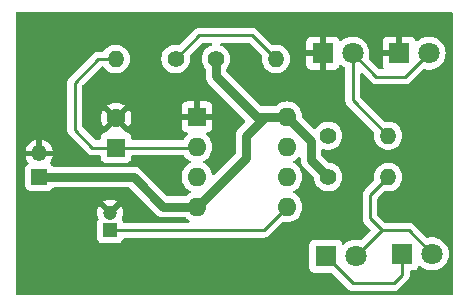
<source format=gbr>
%TF.GenerationSoftware,KiCad,Pcbnew,8.0.5*%
%TF.CreationDate,2024-12-19T14:28:49+03:00*%
%TF.ProjectId,555_Police_Light,3535355f-506f-46c6-9963-655f4c696768,v01*%
%TF.SameCoordinates,Original*%
%TF.FileFunction,Copper,L1,Top*%
%TF.FilePolarity,Positive*%
%FSLAX46Y46*%
G04 Gerber Fmt 4.6, Leading zero omitted, Abs format (unit mm)*
G04 Created by KiCad (PCBNEW 8.0.5) date 2024-12-19 14:28:49*
%MOMM*%
%LPD*%
G01*
G04 APERTURE LIST*
%TA.AperFunction,ComponentPad*%
%ADD10C,1.400000*%
%TD*%
%TA.AperFunction,ComponentPad*%
%ADD11O,1.400000X1.400000*%
%TD*%
%TA.AperFunction,ComponentPad*%
%ADD12R,1.350000X1.350000*%
%TD*%
%TA.AperFunction,ComponentPad*%
%ADD13O,1.350000X1.350000*%
%TD*%
%TA.AperFunction,ComponentPad*%
%ADD14R,1.600000X1.600000*%
%TD*%
%TA.AperFunction,ComponentPad*%
%ADD15O,1.600000X1.600000*%
%TD*%
%TA.AperFunction,ComponentPad*%
%ADD16R,1.800000X1.800000*%
%TD*%
%TA.AperFunction,ComponentPad*%
%ADD17C,1.800000*%
%TD*%
%TA.AperFunction,ComponentPad*%
%ADD18C,1.600000*%
%TD*%
%TA.AperFunction,ComponentPad*%
%ADD19R,1.200000X1.200000*%
%TD*%
%TA.AperFunction,ComponentPad*%
%ADD20C,1.200000*%
%TD*%
%TA.AperFunction,Conductor*%
%ADD21C,0.254000*%
%TD*%
%TA.AperFunction,Conductor*%
%ADD22C,0.762000*%
%TD*%
G04 APERTURE END LIST*
D10*
%TO.P,R4,1*%
%TO.N,Net-(RED1-K)*%
X136460000Y-75000000D03*
D11*
%TO.P,R4,2*%
%TO.N,Net-(BLUE1-A)*%
X141540000Y-75000000D03*
%TD*%
D10*
%TO.P,R3,1*%
%TO.N,Net-(J1-Pin_1)*%
X136460000Y-78500000D03*
D11*
%TO.P,R3,2*%
%TO.N,Net-(RED1-A)*%
X141540000Y-78500000D03*
%TD*%
D10*
%TO.P,R2,1*%
%TO.N,Net-(J1-Pin_1)*%
X126960000Y-68500000D03*
D11*
%TO.P,R2,2*%
%TO.N,Net-(U1-DIS)*%
X132040000Y-68500000D03*
%TD*%
D10*
%TO.P,R1,1*%
%TO.N,Net-(U1-DIS)*%
X123540000Y-68500000D03*
D11*
%TO.P,R1,2*%
%TO.N,Net-(U1-THR)*%
X118460000Y-68500000D03*
%TD*%
D12*
%TO.P,J1,1,Pin_1*%
%TO.N,Net-(J1-Pin_1)*%
X112000000Y-78500000D03*
D13*
%TO.P,J1,2,Pin_2*%
%TO.N,GND*%
X112000000Y-76500000D03*
%TD*%
D14*
%TO.P,U1,1,GND*%
%TO.N,GND*%
X125350000Y-73400000D03*
D15*
%TO.P,U1,2,TR*%
%TO.N,Net-(U1-THR)*%
X125350000Y-75940000D03*
%TO.P,U1,3,Q*%
%TO.N,Net-(RED1-K)*%
X125350000Y-78480000D03*
%TO.P,U1,4,R*%
%TO.N,Net-(J1-Pin_1)*%
X125350000Y-81020000D03*
%TO.P,U1,5,CV*%
%TO.N,Net-(U1-CV)*%
X132970000Y-81020000D03*
%TO.P,U1,6,THR*%
%TO.N,Net-(U1-THR)*%
X132970000Y-78480000D03*
%TO.P,U1,7,DIS*%
%TO.N,Net-(U1-DIS)*%
X132970000Y-75940000D03*
%TO.P,U1,8,VCC*%
%TO.N,Net-(J1-Pin_1)*%
X132970000Y-73400000D03*
%TD*%
D16*
%TO.P,RED2,1,K*%
%TO.N,Net-(RED1-K)*%
X142725000Y-85000000D03*
D17*
%TO.P,RED2,2,A*%
%TO.N,Net-(RED1-A)*%
X145265000Y-85000000D03*
%TD*%
D16*
%TO.P,RED1,1,K*%
%TO.N,Net-(RED1-K)*%
X136250000Y-85200000D03*
D17*
%TO.P,RED1,2,A*%
%TO.N,Net-(RED1-A)*%
X138790000Y-85200000D03*
%TD*%
D14*
%TO.P,C2,1*%
%TO.N,Net-(U1-THR)*%
X118500000Y-76000000D03*
D18*
%TO.P,C2,2*%
%TO.N,GND*%
X118500000Y-73500000D03*
%TD*%
D19*
%TO.P,C1,1*%
%TO.N,Net-(U1-CV)*%
X118000000Y-83000000D03*
D20*
%TO.P,C1,2*%
%TO.N,GND*%
X118000000Y-81500000D03*
%TD*%
D16*
%TO.P,BLUE2,1,K*%
%TO.N,GND*%
X142460000Y-68000000D03*
D17*
%TO.P,BLUE2,2,A*%
%TO.N,Net-(BLUE1-A)*%
X145000000Y-68000000D03*
%TD*%
D16*
%TO.P,BLUE1,1,K*%
%TO.N,GND*%
X136000000Y-68000000D03*
D17*
%TO.P,BLUE1,2,A*%
%TO.N,Net-(BLUE1-A)*%
X138540000Y-68000000D03*
%TD*%
D21*
%TO.N,Net-(BLUE1-A)*%
X143000000Y-70000000D02*
X145000000Y-68000000D01*
X140540000Y-70000000D02*
X143000000Y-70000000D01*
X138540000Y-68000000D02*
X140540000Y-70000000D01*
X138540000Y-72000000D02*
X141540000Y-75000000D01*
X138540000Y-68000000D02*
X138540000Y-72000000D01*
%TO.N,Net-(RED1-A)*%
X140000000Y-82000000D02*
X141000000Y-83000000D01*
X141540000Y-78500000D02*
X140000000Y-80040000D01*
X140000000Y-80040000D02*
X140000000Y-82000000D01*
X141000000Y-83000000D02*
X140500000Y-83500000D01*
X143265000Y-83000000D02*
X141000000Y-83000000D01*
X140500000Y-83500000D02*
X140490000Y-83500000D01*
X140490000Y-83500000D02*
X138790000Y-85200000D01*
X145265000Y-85000000D02*
X143265000Y-83000000D01*
%TO.N,Net-(RED1-K)*%
X142000000Y-87500000D02*
X138550000Y-87500000D01*
X142725000Y-86775000D02*
X142000000Y-87500000D01*
X138550000Y-87500000D02*
X136250000Y-85200000D01*
X142725000Y-85000000D02*
X142725000Y-86775000D01*
%TO.N,Net-(U1-DIS)*%
X130040000Y-66500000D02*
X132040000Y-68500000D01*
X125540000Y-66500000D02*
X130040000Y-66500000D01*
X123540000Y-68500000D02*
X125540000Y-66500000D01*
%TO.N,Net-(U1-THR)*%
X115000000Y-70500000D02*
X117000000Y-68500000D01*
X116500000Y-76000000D02*
X115000000Y-74500000D01*
X117000000Y-68500000D02*
X118460000Y-68500000D01*
X115000000Y-74500000D02*
X115000000Y-70500000D01*
X118500000Y-76000000D02*
X116500000Y-76000000D01*
X125290000Y-76000000D02*
X125350000Y-75940000D01*
X118500000Y-76000000D02*
X125290000Y-76000000D01*
%TO.N,Net-(U1-CV)*%
X118000000Y-83000000D02*
X130990000Y-83000000D01*
X130990000Y-83000000D02*
X132970000Y-81020000D01*
D22*
%TO.N,Net-(J1-Pin_1)*%
X130400000Y-73400000D02*
X126960000Y-69960000D01*
X126960000Y-69960000D02*
X126960000Y-68500000D01*
X132970000Y-73400000D02*
X130400000Y-73400000D01*
X135000000Y-77040000D02*
X136460000Y-78500000D01*
X135000000Y-75430000D02*
X135000000Y-77040000D01*
X132970000Y-73400000D02*
X135000000Y-75430000D01*
X131100000Y-73400000D02*
X132970000Y-73400000D01*
X129500000Y-75000000D02*
X131100000Y-73400000D01*
X129500000Y-76870000D02*
X129500000Y-75000000D01*
X125350000Y-81020000D02*
X129500000Y-76870000D01*
X123520000Y-81020000D02*
X125350000Y-81020000D01*
X123500000Y-81000000D02*
X123520000Y-81020000D01*
X122500000Y-81000000D02*
X123500000Y-81000000D01*
X120000000Y-78500000D02*
X122500000Y-81000000D01*
X112000000Y-78500000D02*
X120000000Y-78500000D01*
%TD*%
%TA.AperFunction,Conductor*%
%TO.N,GND*%
G36*
X146942539Y-64520185D02*
G01*
X146988294Y-64572989D01*
X146999500Y-64624500D01*
X146999500Y-88375500D01*
X146979815Y-88442539D01*
X146927011Y-88488294D01*
X146875500Y-88499500D01*
X110124500Y-88499500D01*
X110057461Y-88479815D01*
X110011706Y-88427011D01*
X110000500Y-88375500D01*
X110000500Y-84252135D01*
X134849500Y-84252135D01*
X134849500Y-86147870D01*
X134849501Y-86147876D01*
X134855908Y-86207483D01*
X134906202Y-86342328D01*
X134906206Y-86342335D01*
X134992452Y-86457544D01*
X134992455Y-86457547D01*
X135107664Y-86543793D01*
X135107671Y-86543797D01*
X135242517Y-86594091D01*
X135242516Y-86594091D01*
X135249444Y-86594835D01*
X135302127Y-86600500D01*
X136711718Y-86600499D01*
X136778757Y-86620184D01*
X136799399Y-86636818D01*
X138062589Y-87900008D01*
X138149992Y-87987411D01*
X138149993Y-87987412D01*
X138252760Y-88056079D01*
X138252773Y-88056086D01*
X138366960Y-88103383D01*
X138366965Y-88103385D01*
X138366969Y-88103385D01*
X138366970Y-88103386D01*
X138488194Y-88127500D01*
X138488197Y-88127500D01*
X142061804Y-88127500D01*
X142061805Y-88127499D01*
X142183035Y-88103386D01*
X142263784Y-88069937D01*
X142297233Y-88056083D01*
X142400008Y-87987411D01*
X142487411Y-87900008D01*
X143212411Y-87175008D01*
X143229346Y-87149662D01*
X143262535Y-87099993D01*
X143262536Y-87099991D01*
X143281080Y-87072238D01*
X143281080Y-87072236D01*
X143281083Y-87072233D01*
X143305788Y-87012589D01*
X143328386Y-86958034D01*
X143352500Y-86836803D01*
X143352500Y-86713197D01*
X143352500Y-86524499D01*
X143372185Y-86457460D01*
X143424989Y-86411705D01*
X143476500Y-86400499D01*
X143672871Y-86400499D01*
X143672872Y-86400499D01*
X143732483Y-86394091D01*
X143867331Y-86343796D01*
X143982546Y-86257546D01*
X144068796Y-86142331D01*
X144097455Y-86065493D01*
X144139326Y-86009559D01*
X144204790Y-85985141D01*
X144273063Y-85999992D01*
X144304866Y-86024843D01*
X144312302Y-86032920D01*
X144313215Y-86033912D01*
X144313222Y-86033918D01*
X144496365Y-86176464D01*
X144496371Y-86176468D01*
X144496374Y-86176470D01*
X144700497Y-86286936D01*
X144814487Y-86326068D01*
X144920015Y-86362297D01*
X144920017Y-86362297D01*
X144920019Y-86362298D01*
X145148951Y-86400500D01*
X145148952Y-86400500D01*
X145381048Y-86400500D01*
X145381049Y-86400500D01*
X145609981Y-86362298D01*
X145829503Y-86286936D01*
X146033626Y-86176470D01*
X146070372Y-86147870D01*
X146095129Y-86128600D01*
X146216784Y-86033913D01*
X146373979Y-85863153D01*
X146500924Y-85668849D01*
X146594157Y-85456300D01*
X146651134Y-85231305D01*
X146651135Y-85231297D01*
X146670300Y-85000006D01*
X146670300Y-84999993D01*
X146651135Y-84768702D01*
X146651133Y-84768691D01*
X146594157Y-84543699D01*
X146500924Y-84331151D01*
X146373983Y-84136852D01*
X146373980Y-84136849D01*
X146373979Y-84136847D01*
X146216784Y-83966087D01*
X146216779Y-83966083D01*
X146216777Y-83966081D01*
X146033634Y-83823535D01*
X146033628Y-83823531D01*
X145829504Y-83713064D01*
X145829495Y-83713061D01*
X145609984Y-83637702D01*
X145438282Y-83609050D01*
X145381049Y-83599500D01*
X145148951Y-83599500D01*
X145110795Y-83605867D01*
X144920014Y-83637702D01*
X144896525Y-83645766D01*
X144826726Y-83648914D01*
X144768584Y-83616165D01*
X143665011Y-82512591D01*
X143665007Y-82512588D01*
X143562239Y-82443920D01*
X143562226Y-82443913D01*
X143528785Y-82430062D01*
X143448035Y-82396614D01*
X143448027Y-82396612D01*
X143326807Y-82372500D01*
X143326803Y-82372500D01*
X141311281Y-82372500D01*
X141244242Y-82352815D01*
X141223600Y-82336181D01*
X140663819Y-81776400D01*
X140630334Y-81715077D01*
X140627500Y-81688719D01*
X140627500Y-80351280D01*
X140647185Y-80284241D01*
X140663815Y-80263603D01*
X141212490Y-79714927D01*
X141273811Y-79681444D01*
X141322952Y-79680721D01*
X141428757Y-79700500D01*
X141428760Y-79700500D01*
X141651241Y-79700500D01*
X141651243Y-79700500D01*
X141869940Y-79659618D01*
X142077401Y-79579247D01*
X142266562Y-79462124D01*
X142430981Y-79312236D01*
X142565058Y-79134689D01*
X142664229Y-78935528D01*
X142725115Y-78721536D01*
X142745643Y-78500000D01*
X142725115Y-78278464D01*
X142664229Y-78064472D01*
X142664224Y-78064461D01*
X142565061Y-77865316D01*
X142565056Y-77865308D01*
X142430979Y-77687761D01*
X142266562Y-77537876D01*
X142266560Y-77537874D01*
X142077404Y-77420754D01*
X142077398Y-77420752D01*
X141869940Y-77340382D01*
X141651243Y-77299500D01*
X141428757Y-77299500D01*
X141210060Y-77340382D01*
X141152353Y-77362738D01*
X141002601Y-77420752D01*
X141002595Y-77420754D01*
X140813439Y-77537874D01*
X140813437Y-77537876D01*
X140649020Y-77687761D01*
X140514943Y-77865308D01*
X140514938Y-77865316D01*
X140415775Y-78064461D01*
X140415769Y-78064476D01*
X140354885Y-78278462D01*
X140354884Y-78278464D01*
X140334357Y-78499999D01*
X140334357Y-78500000D01*
X140355414Y-78727244D01*
X140354276Y-78727349D01*
X140347831Y-78790984D01*
X140320661Y-78831918D01*
X139771081Y-79381500D01*
X139599992Y-79552589D01*
X139573336Y-79579245D01*
X139512586Y-79639994D01*
X139512585Y-79639996D01*
X139443233Y-79743789D01*
X139441586Y-79748393D01*
X139396614Y-79856964D01*
X139396612Y-79856972D01*
X139372500Y-79978192D01*
X139372500Y-82061807D01*
X139396612Y-82183027D01*
X139396614Y-82183035D01*
X139416177Y-82230264D01*
X139443915Y-82297229D01*
X139443921Y-82297241D01*
X139462782Y-82325467D01*
X139462783Y-82325469D01*
X139512585Y-82400003D01*
X139512591Y-82400011D01*
X140019899Y-82907318D01*
X140053384Y-82968641D01*
X140048400Y-83038332D01*
X140019899Y-83082680D01*
X139286414Y-83816165D01*
X139225091Y-83849650D01*
X139158471Y-83845766D01*
X139134980Y-83837701D01*
X138944250Y-83805874D01*
X138906049Y-83799500D01*
X138673951Y-83799500D01*
X138635550Y-83805908D01*
X138445015Y-83837702D01*
X138225504Y-83913061D01*
X138225495Y-83913064D01*
X138021371Y-84023531D01*
X138021365Y-84023535D01*
X137838222Y-84166081D01*
X137838218Y-84166085D01*
X137829866Y-84175158D01*
X137769979Y-84211148D01*
X137700141Y-84209047D01*
X137642525Y-84169522D01*
X137622455Y-84134507D01*
X137593797Y-84057671D01*
X137593793Y-84057664D01*
X137507547Y-83942455D01*
X137507544Y-83942452D01*
X137392335Y-83856206D01*
X137392328Y-83856202D01*
X137257482Y-83805908D01*
X137257483Y-83805908D01*
X137197883Y-83799501D01*
X137197881Y-83799500D01*
X137197873Y-83799500D01*
X137197864Y-83799500D01*
X135302129Y-83799500D01*
X135302123Y-83799501D01*
X135242516Y-83805908D01*
X135107671Y-83856202D01*
X135107664Y-83856206D01*
X134992455Y-83942452D01*
X134992452Y-83942455D01*
X134906206Y-84057664D01*
X134906202Y-84057671D01*
X134855908Y-84192517D01*
X134849501Y-84252116D01*
X134849500Y-84252135D01*
X110000500Y-84252135D01*
X110000500Y-80565758D01*
X117419311Y-80565758D01*
X118000000Y-81146446D01*
X118000001Y-81146446D01*
X118580687Y-80565758D01*
X118492413Y-80511101D01*
X118492411Y-80511100D01*
X118302321Y-80437460D01*
X118101928Y-80400000D01*
X117898072Y-80400000D01*
X117697678Y-80437460D01*
X117507588Y-80511100D01*
X117507581Y-80511104D01*
X117419312Y-80565757D01*
X117419311Y-80565758D01*
X110000500Y-80565758D01*
X110000500Y-77777135D01*
X110824500Y-77777135D01*
X110824500Y-79222870D01*
X110824501Y-79222876D01*
X110830908Y-79282483D01*
X110881202Y-79417328D01*
X110881206Y-79417335D01*
X110967452Y-79532544D01*
X110967455Y-79532547D01*
X111082664Y-79618793D01*
X111082671Y-79618797D01*
X111217517Y-79669091D01*
X111217516Y-79669091D01*
X111224444Y-79669835D01*
X111277127Y-79675500D01*
X112722872Y-79675499D01*
X112782483Y-79669091D01*
X112917331Y-79618796D01*
X113032546Y-79532546D01*
X113108423Y-79431188D01*
X113164357Y-79389318D01*
X113207689Y-79381500D01*
X119583508Y-79381500D01*
X119650547Y-79401185D01*
X119671189Y-79417819D01*
X121938079Y-81684709D01*
X121956082Y-81696737D01*
X121968005Y-81704703D01*
X121968008Y-81704707D01*
X121968009Y-81704706D01*
X122082453Y-81781175D01*
X122129438Y-81800636D01*
X122129439Y-81800637D01*
X122129440Y-81800637D01*
X122242876Y-81847625D01*
X122413174Y-81881499D01*
X122413178Y-81881500D01*
X122413179Y-81881500D01*
X122413180Y-81881500D01*
X123320422Y-81881500D01*
X123344614Y-81883883D01*
X123433177Y-81901500D01*
X123433179Y-81901500D01*
X123433180Y-81901500D01*
X124340952Y-81901500D01*
X124407991Y-81921185D01*
X124428628Y-81937814D01*
X124510861Y-82020047D01*
X124692065Y-82146926D01*
X124735689Y-82201501D01*
X124742883Y-82271000D01*
X124711361Y-82333354D01*
X124651131Y-82368769D01*
X124620941Y-82372500D01*
X119210018Y-82372500D01*
X119142979Y-82352815D01*
X119097224Y-82300011D01*
X119093836Y-82291833D01*
X119043797Y-82157671D01*
X119043795Y-82157668D01*
X119004044Y-82104567D01*
X118979627Y-82039103D01*
X118992311Y-81974983D01*
X119030114Y-81899064D01*
X119030115Y-81899063D01*
X119085902Y-81702991D01*
X119085903Y-81702989D01*
X119104713Y-81500000D01*
X119104713Y-81499999D01*
X119085903Y-81297010D01*
X119085902Y-81297007D01*
X119030116Y-81100936D01*
X119030113Y-81100930D01*
X118939249Y-80918449D01*
X118939247Y-80918447D01*
X118937465Y-80916087D01*
X118294855Y-81558696D01*
X118300000Y-81539496D01*
X118300000Y-81460504D01*
X118279556Y-81384204D01*
X118240060Y-81315795D01*
X118184205Y-81259940D01*
X118115796Y-81220444D01*
X118039496Y-81200000D01*
X117960504Y-81200000D01*
X117884204Y-81220444D01*
X117815795Y-81259940D01*
X117759940Y-81315795D01*
X117720444Y-81384204D01*
X117700000Y-81460504D01*
X117700000Y-81539496D01*
X117705145Y-81558699D01*
X117062533Y-80916087D01*
X117060755Y-80918442D01*
X117060754Y-80918443D01*
X116969886Y-81100930D01*
X116969883Y-81100936D01*
X116914097Y-81297007D01*
X116914096Y-81297010D01*
X116895287Y-81499999D01*
X116895287Y-81500000D01*
X116914096Y-81702989D01*
X116914097Y-81702991D01*
X116969884Y-81899063D01*
X116969890Y-81899078D01*
X117007688Y-81974985D01*
X117019949Y-82043770D01*
X116995955Y-82104568D01*
X116956204Y-82157668D01*
X116956202Y-82157671D01*
X116905908Y-82292517D01*
X116899501Y-82352116D01*
X116899500Y-82352135D01*
X116899500Y-83647870D01*
X116899501Y-83647876D01*
X116905908Y-83707483D01*
X116956202Y-83842328D01*
X116956206Y-83842335D01*
X117042452Y-83957544D01*
X117042455Y-83957547D01*
X117157664Y-84043793D01*
X117157671Y-84043797D01*
X117292517Y-84094091D01*
X117292516Y-84094091D01*
X117299444Y-84094835D01*
X117352127Y-84100500D01*
X118647872Y-84100499D01*
X118707483Y-84094091D01*
X118842331Y-84043796D01*
X118957546Y-83957546D01*
X119043796Y-83842331D01*
X119081048Y-83742454D01*
X119093836Y-83708167D01*
X119135707Y-83652233D01*
X119201171Y-83627816D01*
X119210018Y-83627500D01*
X131051804Y-83627500D01*
X131051805Y-83627499D01*
X131173035Y-83603386D01*
X131253784Y-83569937D01*
X131287233Y-83556083D01*
X131390008Y-83487411D01*
X131477411Y-83400008D01*
X132557409Y-82320008D01*
X132618730Y-82286525D01*
X132677180Y-82287915D01*
X132743308Y-82305635D01*
X132905230Y-82319801D01*
X132969998Y-82325468D01*
X132970000Y-82325468D01*
X132970002Y-82325468D01*
X133032385Y-82320010D01*
X133196692Y-82305635D01*
X133416496Y-82246739D01*
X133622734Y-82150568D01*
X133809139Y-82020047D01*
X133970047Y-81859139D01*
X134100568Y-81672734D01*
X134196739Y-81466496D01*
X134255635Y-81246692D01*
X134275468Y-81020000D01*
X134255635Y-80793308D01*
X134196739Y-80573504D01*
X134100568Y-80367266D01*
X133970047Y-80180861D01*
X133970045Y-80180858D01*
X133809141Y-80019954D01*
X133622734Y-79889432D01*
X133622728Y-79889429D01*
X133564725Y-79862382D01*
X133512285Y-79816210D01*
X133493133Y-79749017D01*
X133513348Y-79682135D01*
X133564725Y-79637618D01*
X133622734Y-79610568D01*
X133809139Y-79480047D01*
X133970047Y-79319139D01*
X134100568Y-79132734D01*
X134196739Y-78926496D01*
X134255635Y-78706692D01*
X134275468Y-78480000D01*
X134255635Y-78253308D01*
X134196739Y-78033504D01*
X134100568Y-77827266D01*
X133970047Y-77640861D01*
X133970045Y-77640858D01*
X133809141Y-77479954D01*
X133622734Y-77349432D01*
X133622728Y-77349429D01*
X133595038Y-77336517D01*
X133564724Y-77322381D01*
X133512285Y-77276210D01*
X133493133Y-77209017D01*
X133513348Y-77142135D01*
X133564725Y-77097618D01*
X133622734Y-77070568D01*
X133809139Y-76940047D01*
X133849186Y-76900000D01*
X133906819Y-76842368D01*
X133968142Y-76808883D01*
X134037834Y-76813867D01*
X134093767Y-76855739D01*
X134118184Y-76921203D01*
X134118500Y-76930049D01*
X134118500Y-76953179D01*
X134118500Y-77126821D01*
X134118500Y-77126823D01*
X134118499Y-77126823D01*
X134152374Y-77297118D01*
X134152377Y-77297128D01*
X134218822Y-77457543D01*
X134315295Y-77601926D01*
X134315296Y-77601927D01*
X135226883Y-78513513D01*
X135260368Y-78574836D01*
X135262673Y-78589752D01*
X135273509Y-78706692D01*
X135274885Y-78721535D01*
X135274885Y-78721537D01*
X135335769Y-78935523D01*
X135335775Y-78935538D01*
X135434938Y-79134683D01*
X135434943Y-79134691D01*
X135569020Y-79312238D01*
X135733437Y-79462123D01*
X135733439Y-79462125D01*
X135922595Y-79579245D01*
X135922596Y-79579245D01*
X135922599Y-79579247D01*
X136130060Y-79659618D01*
X136348757Y-79700500D01*
X136348759Y-79700500D01*
X136571241Y-79700500D01*
X136571243Y-79700500D01*
X136789940Y-79659618D01*
X136997401Y-79579247D01*
X137186562Y-79462124D01*
X137350981Y-79312236D01*
X137485058Y-79134689D01*
X137584229Y-78935528D01*
X137645115Y-78721536D01*
X137665643Y-78500000D01*
X137645115Y-78278464D01*
X137584229Y-78064472D01*
X137584224Y-78064461D01*
X137485061Y-77865316D01*
X137485056Y-77865308D01*
X137350979Y-77687761D01*
X137186562Y-77537876D01*
X137186560Y-77537874D01*
X136997404Y-77420754D01*
X136997398Y-77420752D01*
X136789940Y-77340382D01*
X136571243Y-77299500D01*
X136571241Y-77299500D01*
X136557491Y-77299500D01*
X136490452Y-77279815D01*
X136469810Y-77263181D01*
X135917819Y-76711189D01*
X135884334Y-76649866D01*
X135881500Y-76623508D01*
X135881500Y-76244342D01*
X135901185Y-76177303D01*
X135953989Y-76131548D01*
X136023147Y-76121604D01*
X136050290Y-76128715D01*
X136130060Y-76159618D01*
X136348757Y-76200500D01*
X136348759Y-76200500D01*
X136571241Y-76200500D01*
X136571243Y-76200500D01*
X136789940Y-76159618D01*
X136997401Y-76079247D01*
X137186562Y-75962124D01*
X137350981Y-75812236D01*
X137485058Y-75634689D01*
X137584229Y-75435528D01*
X137645115Y-75221536D01*
X137665643Y-75000000D01*
X137645115Y-74778464D01*
X137584229Y-74564472D01*
X137582900Y-74561803D01*
X137485061Y-74365316D01*
X137485056Y-74365308D01*
X137350979Y-74187761D01*
X137186562Y-74037876D01*
X137186560Y-74037874D01*
X136997404Y-73920754D01*
X136997398Y-73920752D01*
X136789940Y-73840382D01*
X136571243Y-73799500D01*
X136348757Y-73799500D01*
X136130060Y-73840382D01*
X136046532Y-73872741D01*
X135922601Y-73920752D01*
X135922595Y-73920754D01*
X135733439Y-74037874D01*
X135733437Y-74037876D01*
X135569020Y-74187761D01*
X135434943Y-74365308D01*
X135434939Y-74365315D01*
X135427655Y-74379943D01*
X135380149Y-74431178D01*
X135312485Y-74448596D01*
X135246146Y-74426667D01*
X135228976Y-74412347D01*
X134311621Y-73494991D01*
X134278136Y-73433668D01*
X134276342Y-73405415D01*
X134275468Y-73405415D01*
X134275468Y-73399998D01*
X134255635Y-73173313D01*
X134255635Y-73173308D01*
X134196739Y-72953504D01*
X134100568Y-72747266D01*
X133970047Y-72560861D01*
X133970045Y-72560858D01*
X133809141Y-72399954D01*
X133622734Y-72269432D01*
X133622732Y-72269431D01*
X133416497Y-72173261D01*
X133416488Y-72173258D01*
X133196697Y-72114366D01*
X133196693Y-72114365D01*
X133196692Y-72114365D01*
X133196691Y-72114364D01*
X133196686Y-72114364D01*
X132970002Y-72094532D01*
X132969998Y-72094532D01*
X132743313Y-72114364D01*
X132743302Y-72114366D01*
X132523511Y-72173258D01*
X132523502Y-72173261D01*
X132317267Y-72269431D01*
X132317265Y-72269432D01*
X132130862Y-72399951D01*
X132109841Y-72420973D01*
X132048631Y-72482182D01*
X131987311Y-72515666D01*
X131960952Y-72518500D01*
X130816491Y-72518500D01*
X130749452Y-72498815D01*
X130728810Y-72482181D01*
X127877819Y-69631189D01*
X127844334Y-69569866D01*
X127841500Y-69543508D01*
X127841500Y-69366351D01*
X127861185Y-69299312D01*
X127866546Y-69291624D01*
X127870085Y-69286938D01*
X127985058Y-69134689D01*
X128084229Y-68935528D01*
X128145115Y-68721536D01*
X128165643Y-68500000D01*
X128145115Y-68278464D01*
X128084229Y-68064472D01*
X128081626Y-68059244D01*
X127985061Y-67865316D01*
X127985056Y-67865308D01*
X127850979Y-67687761D01*
X127686562Y-67537876D01*
X127686560Y-67537874D01*
X127497404Y-67420754D01*
X127497398Y-67420752D01*
X127358973Y-67367125D01*
X127303574Y-67324554D01*
X127279983Y-67258787D01*
X127295694Y-67190707D01*
X127345718Y-67141928D01*
X127403769Y-67127500D01*
X129728719Y-67127500D01*
X129795758Y-67147185D01*
X129816400Y-67163819D01*
X130820662Y-68168081D01*
X130854147Y-68229404D01*
X130854783Y-68272697D01*
X130855414Y-68272756D01*
X130834357Y-68499999D01*
X130834357Y-68500000D01*
X130854884Y-68721535D01*
X130854885Y-68721537D01*
X130915769Y-68935523D01*
X130915775Y-68935538D01*
X131014938Y-69134683D01*
X131014943Y-69134691D01*
X131149020Y-69312238D01*
X131313437Y-69462123D01*
X131313439Y-69462125D01*
X131502595Y-69579245D01*
X131502596Y-69579245D01*
X131502599Y-69579247D01*
X131710060Y-69659618D01*
X131928757Y-69700500D01*
X131928759Y-69700500D01*
X132151241Y-69700500D01*
X132151243Y-69700500D01*
X132369940Y-69659618D01*
X132577401Y-69579247D01*
X132766562Y-69462124D01*
X132930981Y-69312236D01*
X133065058Y-69134689D01*
X133164229Y-68935528D01*
X133225115Y-68721536D01*
X133245643Y-68500000D01*
X133225115Y-68278464D01*
X133164229Y-68064472D01*
X133161626Y-68059244D01*
X133065061Y-67865316D01*
X133065056Y-67865308D01*
X132930979Y-67687761D01*
X132766562Y-67537876D01*
X132766560Y-67537874D01*
X132577404Y-67420754D01*
X132577398Y-67420752D01*
X132369940Y-67340382D01*
X132151243Y-67299500D01*
X131928757Y-67299500D01*
X131822955Y-67319278D01*
X131753440Y-67312247D01*
X131712489Y-67285070D01*
X131479574Y-67052155D01*
X134600000Y-67052155D01*
X134600000Y-67750000D01*
X135624722Y-67750000D01*
X135580667Y-67826306D01*
X135550000Y-67940756D01*
X135550000Y-68059244D01*
X135580667Y-68173694D01*
X135624722Y-68250000D01*
X134600000Y-68250000D01*
X134600000Y-68947844D01*
X134606401Y-69007372D01*
X134606403Y-69007379D01*
X134656645Y-69142086D01*
X134656649Y-69142093D01*
X134742809Y-69257187D01*
X134742812Y-69257190D01*
X134857906Y-69343350D01*
X134857913Y-69343354D01*
X134992620Y-69393596D01*
X134992627Y-69393598D01*
X135052155Y-69399999D01*
X135052172Y-69400000D01*
X135750000Y-69400000D01*
X135750000Y-68375277D01*
X135826306Y-68419333D01*
X135940756Y-68450000D01*
X136059244Y-68450000D01*
X136173694Y-68419333D01*
X136250000Y-68375277D01*
X136250000Y-69400000D01*
X136947828Y-69400000D01*
X136947844Y-69399999D01*
X137007372Y-69393598D01*
X137007379Y-69393596D01*
X137142086Y-69343354D01*
X137142093Y-69343350D01*
X137257187Y-69257190D01*
X137257190Y-69257187D01*
X137343350Y-69142093D01*
X137343355Y-69142084D01*
X137372075Y-69065081D01*
X137413945Y-69009147D01*
X137479409Y-68984729D01*
X137547682Y-68999580D01*
X137579484Y-69024428D01*
X137588216Y-69033913D01*
X137588219Y-69033915D01*
X137588222Y-69033918D01*
X137771365Y-69176464D01*
X137771375Y-69176471D01*
X137847517Y-69217676D01*
X137897108Y-69266895D01*
X137912500Y-69326731D01*
X137912500Y-72061807D01*
X137936612Y-72183027D01*
X137936614Y-72183035D01*
X137970062Y-72263785D01*
X137983916Y-72297232D01*
X137983917Y-72297233D01*
X138052552Y-72399953D01*
X138052589Y-72400008D01*
X138052590Y-72400009D01*
X138052593Y-72400013D01*
X140320662Y-74668081D01*
X140354147Y-74729404D01*
X140354783Y-74772697D01*
X140355414Y-74772756D01*
X140354885Y-74778463D01*
X140354885Y-74778464D01*
X140353146Y-74797233D01*
X140334357Y-74999999D01*
X140334357Y-75000000D01*
X140354884Y-75221535D01*
X140354885Y-75221537D01*
X140415769Y-75435523D01*
X140415775Y-75435538D01*
X140514938Y-75634683D01*
X140514943Y-75634691D01*
X140649020Y-75812238D01*
X140813437Y-75962123D01*
X140813439Y-75962125D01*
X141002595Y-76079245D01*
X141002596Y-76079245D01*
X141002599Y-76079247D01*
X141210060Y-76159618D01*
X141428757Y-76200500D01*
X141428759Y-76200500D01*
X141651241Y-76200500D01*
X141651243Y-76200500D01*
X141869940Y-76159618D01*
X142077401Y-76079247D01*
X142266562Y-75962124D01*
X142430981Y-75812236D01*
X142565058Y-75634689D01*
X142664229Y-75435528D01*
X142725115Y-75221536D01*
X142745643Y-75000000D01*
X142725115Y-74778464D01*
X142664229Y-74564472D01*
X142662900Y-74561803D01*
X142565061Y-74365316D01*
X142565056Y-74365308D01*
X142430979Y-74187761D01*
X142266562Y-74037876D01*
X142266560Y-74037874D01*
X142077404Y-73920754D01*
X142077398Y-73920752D01*
X141869940Y-73840382D01*
X141651243Y-73799500D01*
X141428757Y-73799500D01*
X141322955Y-73819278D01*
X141253440Y-73812247D01*
X141212489Y-73785070D01*
X139203819Y-71776400D01*
X139170334Y-71715077D01*
X139167500Y-71688719D01*
X139167500Y-69814281D01*
X139187185Y-69747242D01*
X139239989Y-69701487D01*
X139309147Y-69691543D01*
X139372703Y-69720568D01*
X139379181Y-69726600D01*
X140052589Y-70400008D01*
X140139992Y-70487411D01*
X140139993Y-70487412D01*
X140242760Y-70556079D01*
X140242773Y-70556086D01*
X140356960Y-70603383D01*
X140356965Y-70603385D01*
X140356969Y-70603385D01*
X140356970Y-70603386D01*
X140478194Y-70627500D01*
X140478197Y-70627500D01*
X143061804Y-70627500D01*
X143061805Y-70627499D01*
X143183035Y-70603386D01*
X143263784Y-70569937D01*
X143297233Y-70556083D01*
X143400008Y-70487411D01*
X143487411Y-70400008D01*
X144503586Y-69383831D01*
X144564907Y-69350348D01*
X144631526Y-69354232D01*
X144655019Y-69362298D01*
X144883951Y-69400500D01*
X144883952Y-69400500D01*
X145116048Y-69400500D01*
X145116049Y-69400500D01*
X145344981Y-69362298D01*
X145564503Y-69286936D01*
X145768626Y-69176470D01*
X145951784Y-69033913D01*
X146108979Y-68863153D01*
X146235924Y-68668849D01*
X146329157Y-68456300D01*
X146386134Y-68231305D01*
X146386292Y-68229404D01*
X146405300Y-68000006D01*
X146405300Y-67999993D01*
X146386135Y-67768702D01*
X146386133Y-67768691D01*
X146329157Y-67543699D01*
X146235924Y-67331151D01*
X146108983Y-67136852D01*
X146108980Y-67136849D01*
X146108979Y-67136847D01*
X145951784Y-66966087D01*
X145951779Y-66966083D01*
X145951777Y-66966081D01*
X145768634Y-66823535D01*
X145768628Y-66823531D01*
X145564504Y-66713064D01*
X145564495Y-66713061D01*
X145344984Y-66637702D01*
X145157404Y-66606401D01*
X145116049Y-66599500D01*
X144883951Y-66599500D01*
X144842596Y-66606401D01*
X144655015Y-66637702D01*
X144435504Y-66713061D01*
X144435495Y-66713064D01*
X144231371Y-66823531D01*
X144231365Y-66823535D01*
X144048222Y-66966081D01*
X144048215Y-66966087D01*
X144039484Y-66975572D01*
X143979595Y-67011561D01*
X143909757Y-67009458D01*
X143852143Y-66969932D01*
X143832075Y-66934918D01*
X143803355Y-66857915D01*
X143803350Y-66857906D01*
X143717190Y-66742812D01*
X143717187Y-66742809D01*
X143602093Y-66656649D01*
X143602086Y-66656645D01*
X143467379Y-66606403D01*
X143467372Y-66606401D01*
X143407844Y-66600000D01*
X142710000Y-66600000D01*
X142710000Y-67624722D01*
X142633694Y-67580667D01*
X142519244Y-67550000D01*
X142400756Y-67550000D01*
X142286306Y-67580667D01*
X142210000Y-67624722D01*
X142210000Y-66600000D01*
X141512155Y-66600000D01*
X141452627Y-66606401D01*
X141452620Y-66606403D01*
X141317913Y-66656645D01*
X141317906Y-66656649D01*
X141202812Y-66742809D01*
X141202809Y-66742812D01*
X141116649Y-66857906D01*
X141116645Y-66857913D01*
X141066403Y-66992620D01*
X141066401Y-66992627D01*
X141060000Y-67052155D01*
X141060000Y-67750000D01*
X142084722Y-67750000D01*
X142040667Y-67826306D01*
X142010000Y-67940756D01*
X142010000Y-68059244D01*
X142040667Y-68173694D01*
X142084722Y-68250000D01*
X141060000Y-68250000D01*
X141060000Y-68947844D01*
X141066401Y-69007372D01*
X141066403Y-69007379D01*
X141116645Y-69142086D01*
X141116647Y-69142089D01*
X141140677Y-69174189D01*
X141165094Y-69239653D01*
X141150242Y-69307926D01*
X141100837Y-69357332D01*
X141041410Y-69372500D01*
X140851281Y-69372500D01*
X140784242Y-69352815D01*
X140763600Y-69336181D01*
X139921919Y-68494500D01*
X139888434Y-68433177D01*
X139889394Y-68376381D01*
X139926134Y-68231305D01*
X139926292Y-68229404D01*
X139945300Y-68000006D01*
X139945300Y-67999993D01*
X139926135Y-67768702D01*
X139926133Y-67768691D01*
X139869157Y-67543699D01*
X139775924Y-67331151D01*
X139648983Y-67136852D01*
X139648980Y-67136849D01*
X139648979Y-67136847D01*
X139491784Y-66966087D01*
X139491779Y-66966083D01*
X139491777Y-66966081D01*
X139308634Y-66823535D01*
X139308628Y-66823531D01*
X139104504Y-66713064D01*
X139104495Y-66713061D01*
X138884984Y-66637702D01*
X138697404Y-66606401D01*
X138656049Y-66599500D01*
X138423951Y-66599500D01*
X138382596Y-66606401D01*
X138195015Y-66637702D01*
X137975504Y-66713061D01*
X137975495Y-66713064D01*
X137771371Y-66823531D01*
X137771365Y-66823535D01*
X137588222Y-66966081D01*
X137588215Y-66966087D01*
X137579484Y-66975572D01*
X137519595Y-67011561D01*
X137449757Y-67009458D01*
X137392143Y-66969932D01*
X137372075Y-66934918D01*
X137343355Y-66857915D01*
X137343350Y-66857906D01*
X137257190Y-66742812D01*
X137257187Y-66742809D01*
X137142093Y-66656649D01*
X137142086Y-66656645D01*
X137007379Y-66606403D01*
X137007372Y-66606401D01*
X136947844Y-66600000D01*
X136250000Y-66600000D01*
X136250000Y-67624722D01*
X136173694Y-67580667D01*
X136059244Y-67550000D01*
X135940756Y-67550000D01*
X135826306Y-67580667D01*
X135750000Y-67624722D01*
X135750000Y-66600000D01*
X135052155Y-66600000D01*
X134992627Y-66606401D01*
X134992620Y-66606403D01*
X134857913Y-66656645D01*
X134857906Y-66656649D01*
X134742812Y-66742809D01*
X134742809Y-66742812D01*
X134656649Y-66857906D01*
X134656645Y-66857913D01*
X134606403Y-66992620D01*
X134606401Y-66992627D01*
X134600000Y-67052155D01*
X131479574Y-67052155D01*
X130440011Y-66012591D01*
X130440007Y-66012588D01*
X130337239Y-65943920D01*
X130337226Y-65943913D01*
X130303785Y-65930062D01*
X130223035Y-65896614D01*
X130223027Y-65896612D01*
X130101807Y-65872500D01*
X130101803Y-65872500D01*
X125478197Y-65872500D01*
X125478195Y-65872500D01*
X125356970Y-65896613D01*
X125356960Y-65896616D01*
X125242773Y-65943913D01*
X125242760Y-65943920D01*
X125139992Y-66012588D01*
X125139988Y-66012591D01*
X123867510Y-67285069D01*
X123806187Y-67318554D01*
X123757045Y-67319277D01*
X123667513Y-67302541D01*
X123651243Y-67299500D01*
X123428757Y-67299500D01*
X123210060Y-67340382D01*
X123078864Y-67391207D01*
X123002601Y-67420752D01*
X123002595Y-67420754D01*
X122813439Y-67537874D01*
X122813437Y-67537876D01*
X122649020Y-67687761D01*
X122514943Y-67865308D01*
X122514938Y-67865316D01*
X122415775Y-68064461D01*
X122415769Y-68064476D01*
X122354885Y-68278462D01*
X122354884Y-68278464D01*
X122334357Y-68499999D01*
X122334357Y-68500000D01*
X122354884Y-68721535D01*
X122354885Y-68721537D01*
X122415769Y-68935523D01*
X122415775Y-68935538D01*
X122514938Y-69134683D01*
X122514943Y-69134691D01*
X122649020Y-69312238D01*
X122813437Y-69462123D01*
X122813439Y-69462125D01*
X123002595Y-69579245D01*
X123002596Y-69579245D01*
X123002599Y-69579247D01*
X123210060Y-69659618D01*
X123428757Y-69700500D01*
X123428759Y-69700500D01*
X123651241Y-69700500D01*
X123651243Y-69700500D01*
X123869940Y-69659618D01*
X124077401Y-69579247D01*
X124266562Y-69462124D01*
X124430981Y-69312236D01*
X124565058Y-69134689D01*
X124664229Y-68935528D01*
X124725115Y-68721536D01*
X124745643Y-68500000D01*
X124725115Y-68278464D01*
X124724586Y-68272755D01*
X124725730Y-68272648D01*
X124732152Y-68209050D01*
X124759334Y-68168083D01*
X125763600Y-67163819D01*
X125824923Y-67130334D01*
X125851281Y-67127500D01*
X126516231Y-67127500D01*
X126583270Y-67147185D01*
X126629025Y-67199989D01*
X126638969Y-67269147D01*
X126609944Y-67332703D01*
X126561027Y-67367125D01*
X126458693Y-67406769D01*
X126422601Y-67420752D01*
X126422595Y-67420754D01*
X126233439Y-67537874D01*
X126233437Y-67537876D01*
X126069020Y-67687761D01*
X125934943Y-67865308D01*
X125934938Y-67865316D01*
X125835775Y-68064461D01*
X125835769Y-68064476D01*
X125774885Y-68278462D01*
X125774884Y-68278464D01*
X125754357Y-68499999D01*
X125754357Y-68500000D01*
X125774884Y-68721535D01*
X125774885Y-68721537D01*
X125835769Y-68935523D01*
X125835775Y-68935538D01*
X125934938Y-69134683D01*
X125934943Y-69134691D01*
X125956940Y-69163819D01*
X126049913Y-69286936D01*
X126053454Y-69291624D01*
X126078146Y-69356985D01*
X126078500Y-69366351D01*
X126078500Y-69873179D01*
X126078500Y-70046821D01*
X126078500Y-70046823D01*
X126078499Y-70046823D01*
X126112374Y-70217118D01*
X126112377Y-70217128D01*
X126178822Y-70377543D01*
X126275295Y-70521926D01*
X126275296Y-70521927D01*
X129415688Y-73662318D01*
X129449173Y-73723641D01*
X129444189Y-73793333D01*
X129415688Y-73837680D01*
X128815293Y-74438075D01*
X128718827Y-74582448D01*
X128652378Y-74742871D01*
X128652376Y-74742876D01*
X128618500Y-74913177D01*
X128618500Y-76453507D01*
X128598815Y-76520546D01*
X128582181Y-76541188D01*
X126837043Y-78286325D01*
X126775720Y-78319810D01*
X126706028Y-78314826D01*
X126650095Y-78272954D01*
X126629587Y-78230737D01*
X126576741Y-78033511D01*
X126576738Y-78033502D01*
X126498311Y-77865316D01*
X126480568Y-77827266D01*
X126350047Y-77640861D01*
X126350045Y-77640858D01*
X126189141Y-77479954D01*
X126002734Y-77349432D01*
X126002728Y-77349429D01*
X125975038Y-77336517D01*
X125944724Y-77322381D01*
X125892285Y-77276210D01*
X125873133Y-77209017D01*
X125893348Y-77142135D01*
X125944725Y-77097618D01*
X126002734Y-77070568D01*
X126189139Y-76940047D01*
X126350047Y-76779139D01*
X126480568Y-76592734D01*
X126576739Y-76386496D01*
X126635635Y-76166692D01*
X126653532Y-75962124D01*
X126655468Y-75940001D01*
X126655468Y-75939998D01*
X126635635Y-75713313D01*
X126635635Y-75713308D01*
X126576739Y-75493504D01*
X126480568Y-75287266D01*
X126350047Y-75100861D01*
X126350045Y-75100858D01*
X126189143Y-74939956D01*
X126163912Y-74922289D01*
X126120287Y-74867712D01*
X126113095Y-74798213D01*
X126144617Y-74735859D01*
X126204847Y-74700445D01*
X126221781Y-74697424D01*
X126257380Y-74693596D01*
X126392086Y-74643354D01*
X126392093Y-74643350D01*
X126507187Y-74557190D01*
X126507190Y-74557187D01*
X126593350Y-74442093D01*
X126593354Y-74442086D01*
X126643596Y-74307379D01*
X126643598Y-74307372D01*
X126649999Y-74247844D01*
X126650000Y-74247827D01*
X126650000Y-73650000D01*
X125665686Y-73650000D01*
X125670080Y-73645606D01*
X125722741Y-73554394D01*
X125750000Y-73452661D01*
X125750000Y-73347339D01*
X125722741Y-73245606D01*
X125670080Y-73154394D01*
X125665686Y-73150000D01*
X126650000Y-73150000D01*
X126650000Y-72552172D01*
X126649999Y-72552155D01*
X126643598Y-72492627D01*
X126643596Y-72492620D01*
X126593354Y-72357913D01*
X126593350Y-72357906D01*
X126507190Y-72242812D01*
X126507187Y-72242809D01*
X126392093Y-72156649D01*
X126392086Y-72156645D01*
X126257379Y-72106403D01*
X126257372Y-72106401D01*
X126197844Y-72100000D01*
X125600000Y-72100000D01*
X125600000Y-73084314D01*
X125595606Y-73079920D01*
X125504394Y-73027259D01*
X125402661Y-73000000D01*
X125297339Y-73000000D01*
X125195606Y-73027259D01*
X125104394Y-73079920D01*
X125100000Y-73084314D01*
X125100000Y-72100000D01*
X124502155Y-72100000D01*
X124442627Y-72106401D01*
X124442620Y-72106403D01*
X124307913Y-72156645D01*
X124307906Y-72156649D01*
X124192812Y-72242809D01*
X124192809Y-72242812D01*
X124106649Y-72357906D01*
X124106645Y-72357913D01*
X124056403Y-72492620D01*
X124056401Y-72492627D01*
X124050000Y-72552155D01*
X124050000Y-73150000D01*
X125034314Y-73150000D01*
X125029920Y-73154394D01*
X124977259Y-73245606D01*
X124950000Y-73347339D01*
X124950000Y-73452661D01*
X124977259Y-73554394D01*
X125029920Y-73645606D01*
X125034314Y-73650000D01*
X124050000Y-73650000D01*
X124050000Y-74247844D01*
X124056401Y-74307372D01*
X124056403Y-74307379D01*
X124106645Y-74442086D01*
X124106649Y-74442093D01*
X124192809Y-74557187D01*
X124192812Y-74557190D01*
X124307906Y-74643350D01*
X124307913Y-74643354D01*
X124442620Y-74693596D01*
X124442627Y-74693598D01*
X124478218Y-74697425D01*
X124542769Y-74724163D01*
X124582618Y-74781555D01*
X124585111Y-74851380D01*
X124549459Y-74911469D01*
X124536088Y-74922287D01*
X124510861Y-74939951D01*
X124349954Y-75100858D01*
X124219430Y-75287268D01*
X124219428Y-75287271D01*
X124213072Y-75300904D01*
X124166900Y-75353344D01*
X124100690Y-75372500D01*
X119924499Y-75372500D01*
X119857460Y-75352815D01*
X119811705Y-75300011D01*
X119800499Y-75248500D01*
X119800499Y-75152129D01*
X119800498Y-75152123D01*
X119800497Y-75152116D01*
X119794091Y-75092517D01*
X119759584Y-75000000D01*
X119743797Y-74957671D01*
X119743793Y-74957664D01*
X119657547Y-74842455D01*
X119657544Y-74842452D01*
X119542335Y-74756206D01*
X119542328Y-74756202D01*
X119407482Y-74705908D01*
X119407483Y-74705908D01*
X119347883Y-74699501D01*
X119347881Y-74699500D01*
X119347873Y-74699500D01*
X119347864Y-74699500D01*
X119344548Y-74699322D01*
X119344627Y-74697847D01*
X119283215Y-74679815D01*
X119237460Y-74627011D01*
X119229969Y-74583522D01*
X118546447Y-73900000D01*
X118552661Y-73900000D01*
X118654394Y-73872741D01*
X118745606Y-73820080D01*
X118820080Y-73745606D01*
X118872741Y-73654394D01*
X118900000Y-73552661D01*
X118900000Y-73546447D01*
X119579024Y-74225471D01*
X119630136Y-74152478D01*
X119726264Y-73946331D01*
X119726269Y-73946317D01*
X119785139Y-73726610D01*
X119785141Y-73726599D01*
X119804966Y-73500002D01*
X119804966Y-73499997D01*
X119785141Y-73273400D01*
X119785139Y-73273389D01*
X119726269Y-73053682D01*
X119726264Y-73053668D01*
X119630136Y-72847521D01*
X119630132Y-72847513D01*
X119579025Y-72774526D01*
X118900000Y-73453551D01*
X118900000Y-73447339D01*
X118872741Y-73345606D01*
X118820080Y-73254394D01*
X118745606Y-73179920D01*
X118654394Y-73127259D01*
X118552661Y-73100000D01*
X118546448Y-73100000D01*
X119225472Y-72420974D01*
X119152478Y-72369863D01*
X118946331Y-72273735D01*
X118946317Y-72273730D01*
X118726610Y-72214860D01*
X118726599Y-72214858D01*
X118500002Y-72195034D01*
X118499998Y-72195034D01*
X118273400Y-72214858D01*
X118273389Y-72214860D01*
X118053682Y-72273730D01*
X118053673Y-72273734D01*
X117847516Y-72369866D01*
X117847512Y-72369868D01*
X117774526Y-72420973D01*
X117774526Y-72420974D01*
X118453553Y-73100000D01*
X118447339Y-73100000D01*
X118345606Y-73127259D01*
X118254394Y-73179920D01*
X118179920Y-73254394D01*
X118127259Y-73345606D01*
X118100000Y-73447339D01*
X118100000Y-73453552D01*
X117420974Y-72774526D01*
X117420973Y-72774526D01*
X117369868Y-72847512D01*
X117369866Y-72847516D01*
X117273734Y-73053673D01*
X117273730Y-73053682D01*
X117214860Y-73273389D01*
X117214858Y-73273400D01*
X117195034Y-73499997D01*
X117195034Y-73500002D01*
X117214858Y-73726599D01*
X117214860Y-73726610D01*
X117273730Y-73946317D01*
X117273735Y-73946331D01*
X117369863Y-74152478D01*
X117420974Y-74225472D01*
X118100000Y-73546446D01*
X118100000Y-73552661D01*
X118127259Y-73654394D01*
X118179920Y-73745606D01*
X118254394Y-73820080D01*
X118345606Y-73872741D01*
X118447339Y-73900000D01*
X118453553Y-73900000D01*
X117769352Y-74584199D01*
X117759506Y-74633194D01*
X117710890Y-74683377D01*
X117655367Y-74698049D01*
X117655423Y-74699099D01*
X117655429Y-74699146D01*
X117655426Y-74699146D01*
X117655436Y-74699324D01*
X117652123Y-74699501D01*
X117592516Y-74705908D01*
X117457671Y-74756202D01*
X117457664Y-74756206D01*
X117342455Y-74842452D01*
X117342452Y-74842455D01*
X117256206Y-74957664D01*
X117256202Y-74957671D01*
X117205908Y-75092517D01*
X117199501Y-75152116D01*
X117199501Y-75152123D01*
X117199500Y-75152135D01*
X117199500Y-75248500D01*
X117179815Y-75315539D01*
X117127011Y-75361294D01*
X117075500Y-75372500D01*
X116811281Y-75372500D01*
X116744242Y-75352815D01*
X116723600Y-75336181D01*
X115663819Y-74276400D01*
X115630334Y-74215077D01*
X115627500Y-74188719D01*
X115627500Y-70811281D01*
X115647185Y-70744242D01*
X115663819Y-70723600D01*
X117223600Y-69163819D01*
X117284923Y-69130334D01*
X117311281Y-69127500D01*
X117367768Y-69127500D01*
X117434807Y-69147185D01*
X117466722Y-69176773D01*
X117569020Y-69312238D01*
X117733437Y-69462123D01*
X117733439Y-69462125D01*
X117922595Y-69579245D01*
X117922596Y-69579245D01*
X117922599Y-69579247D01*
X118130060Y-69659618D01*
X118348757Y-69700500D01*
X118348759Y-69700500D01*
X118571241Y-69700500D01*
X118571243Y-69700500D01*
X118789940Y-69659618D01*
X118997401Y-69579247D01*
X119186562Y-69462124D01*
X119350981Y-69312236D01*
X119485058Y-69134689D01*
X119584229Y-68935528D01*
X119645115Y-68721536D01*
X119665643Y-68500000D01*
X119645115Y-68278464D01*
X119584229Y-68064472D01*
X119581626Y-68059244D01*
X119485061Y-67865316D01*
X119485056Y-67865308D01*
X119350979Y-67687761D01*
X119186562Y-67537876D01*
X119186560Y-67537874D01*
X118997404Y-67420754D01*
X118997398Y-67420752D01*
X118789940Y-67340382D01*
X118571243Y-67299500D01*
X118348757Y-67299500D01*
X118130060Y-67340382D01*
X117998864Y-67391207D01*
X117922601Y-67420752D01*
X117922595Y-67420754D01*
X117733439Y-67537874D01*
X117733437Y-67537876D01*
X117569020Y-67687761D01*
X117466722Y-67823227D01*
X117410613Y-67864863D01*
X117367768Y-67872500D01*
X116938195Y-67872500D01*
X116816970Y-67896613D01*
X116816960Y-67896616D01*
X116702773Y-67943913D01*
X116702760Y-67943920D01*
X116618834Y-67999999D01*
X116599992Y-68012588D01*
X116599986Y-68012593D01*
X115097662Y-69514919D01*
X114599992Y-70012589D01*
X114565760Y-70046821D01*
X114512586Y-70099994D01*
X114512585Y-70099996D01*
X114443233Y-70203789D01*
X114441586Y-70208393D01*
X114396615Y-70316962D01*
X114396612Y-70316972D01*
X114384563Y-70377548D01*
X114372500Y-70438192D01*
X114372500Y-74561807D01*
X114396612Y-74683028D01*
X114396613Y-74683032D01*
X114396614Y-74683035D01*
X114421402Y-74742876D01*
X114443913Y-74797226D01*
X114443923Y-74797243D01*
X114512585Y-74900003D01*
X114512591Y-74900011D01*
X116012589Y-76400008D01*
X116059920Y-76447339D01*
X116099993Y-76487412D01*
X116202760Y-76556079D01*
X116202773Y-76556086D01*
X116291246Y-76592732D01*
X116316965Y-76603385D01*
X116316969Y-76603385D01*
X116316970Y-76603386D01*
X116438194Y-76627500D01*
X116438197Y-76627500D01*
X117075501Y-76627500D01*
X117142540Y-76647185D01*
X117188295Y-76699989D01*
X117199501Y-76751500D01*
X117199501Y-76847876D01*
X117205908Y-76907483D01*
X117256202Y-77042328D01*
X117256206Y-77042335D01*
X117342452Y-77157544D01*
X117342455Y-77157547D01*
X117457664Y-77243793D01*
X117457671Y-77243797D01*
X117592517Y-77294091D01*
X117592516Y-77294091D01*
X117595428Y-77294404D01*
X117652127Y-77300500D01*
X119347872Y-77300499D01*
X119407483Y-77294091D01*
X119542331Y-77243796D01*
X119657546Y-77157546D01*
X119743796Y-77042331D01*
X119794091Y-76907483D01*
X119800500Y-76847873D01*
X119800500Y-76751500D01*
X119820185Y-76684461D01*
X119872989Y-76638706D01*
X119924500Y-76627500D01*
X124179224Y-76627500D01*
X124246263Y-76647185D01*
X124280799Y-76680377D01*
X124349953Y-76779140D01*
X124510858Y-76940045D01*
X124534818Y-76956822D01*
X124697266Y-77070568D01*
X124755275Y-77097618D01*
X124807714Y-77143791D01*
X124826866Y-77210984D01*
X124806650Y-77277865D01*
X124755275Y-77322381D01*
X124738272Y-77330310D01*
X124697267Y-77349431D01*
X124697265Y-77349432D01*
X124510858Y-77479954D01*
X124349954Y-77640858D01*
X124219432Y-77827265D01*
X124219431Y-77827267D01*
X124123261Y-78033502D01*
X124123258Y-78033511D01*
X124064366Y-78253302D01*
X124064364Y-78253313D01*
X124044532Y-78479998D01*
X124044532Y-78480001D01*
X124064364Y-78706686D01*
X124064366Y-78706697D01*
X124123258Y-78926488D01*
X124123261Y-78926497D01*
X124219431Y-79132732D01*
X124219432Y-79132734D01*
X124349954Y-79319141D01*
X124510858Y-79480045D01*
X124510861Y-79480047D01*
X124697266Y-79610568D01*
X124755275Y-79637618D01*
X124807714Y-79683791D01*
X124826866Y-79750984D01*
X124806650Y-79817865D01*
X124755275Y-79862382D01*
X124697267Y-79889431D01*
X124697265Y-79889432D01*
X124510862Y-80019951D01*
X124469748Y-80061066D01*
X124428631Y-80102182D01*
X124367311Y-80135666D01*
X124340952Y-80138500D01*
X123699578Y-80138500D01*
X123675386Y-80136117D01*
X123586823Y-80118500D01*
X123586821Y-80118500D01*
X123586820Y-80118500D01*
X122916492Y-80118500D01*
X122849453Y-80098815D01*
X122828811Y-80082181D01*
X120561927Y-77815296D01*
X120561926Y-77815295D01*
X120417543Y-77718822D01*
X120257128Y-77652377D01*
X120257118Y-77652374D01*
X120086823Y-77618500D01*
X120086821Y-77618500D01*
X120086820Y-77618500D01*
X113207689Y-77618500D01*
X113140650Y-77598815D01*
X113108423Y-77568812D01*
X113085262Y-77537874D01*
X113032546Y-77467454D01*
X112970154Y-77420747D01*
X112946494Y-77403035D01*
X112904624Y-77347101D01*
X112899640Y-77277409D01*
X112921852Y-77229042D01*
X113003284Y-77121208D01*
X113100348Y-76926280D01*
X113150505Y-76750000D01*
X112315686Y-76750000D01*
X112320080Y-76745606D01*
X112372741Y-76654394D01*
X112400000Y-76552661D01*
X112400000Y-76447339D01*
X112372741Y-76345606D01*
X112320080Y-76254394D01*
X112315686Y-76250000D01*
X113150505Y-76250000D01*
X113150505Y-76249999D01*
X113100348Y-76073719D01*
X113003284Y-75878791D01*
X112872054Y-75705014D01*
X112711131Y-75558314D01*
X112525987Y-75443677D01*
X112525985Y-75443676D01*
X112322931Y-75365013D01*
X112322921Y-75365010D01*
X112250001Y-75351378D01*
X112250000Y-75351379D01*
X112250000Y-76184314D01*
X112245606Y-76179920D01*
X112154394Y-76127259D01*
X112052661Y-76100000D01*
X111947339Y-76100000D01*
X111845606Y-76127259D01*
X111754394Y-76179920D01*
X111750000Y-76184314D01*
X111750000Y-75351379D01*
X111749998Y-75351378D01*
X111677078Y-75365010D01*
X111677068Y-75365013D01*
X111474014Y-75443676D01*
X111474012Y-75443677D01*
X111288869Y-75558314D01*
X111288868Y-75558314D01*
X111127945Y-75705014D01*
X110996715Y-75878791D01*
X110899651Y-76073719D01*
X110849494Y-76249999D01*
X110849495Y-76250000D01*
X111684314Y-76250000D01*
X111679920Y-76254394D01*
X111627259Y-76345606D01*
X111600000Y-76447339D01*
X111600000Y-76552661D01*
X111627259Y-76654394D01*
X111679920Y-76745606D01*
X111684314Y-76750000D01*
X110849495Y-76750000D01*
X110899651Y-76926280D01*
X110996715Y-77121208D01*
X111078147Y-77229042D01*
X111102839Y-77294404D01*
X111088274Y-77362738D01*
X111053505Y-77403035D01*
X110967452Y-77467455D01*
X110881206Y-77582664D01*
X110881202Y-77582671D01*
X110830908Y-77717517D01*
X110824501Y-77777116D01*
X110824500Y-77777135D01*
X110000500Y-77777135D01*
X110000500Y-64624500D01*
X110020185Y-64557461D01*
X110072989Y-64511706D01*
X110124500Y-64500500D01*
X146875500Y-64500500D01*
X146942539Y-64520185D01*
G37*
%TD.AperFunction*%
%TD*%
M02*

</source>
